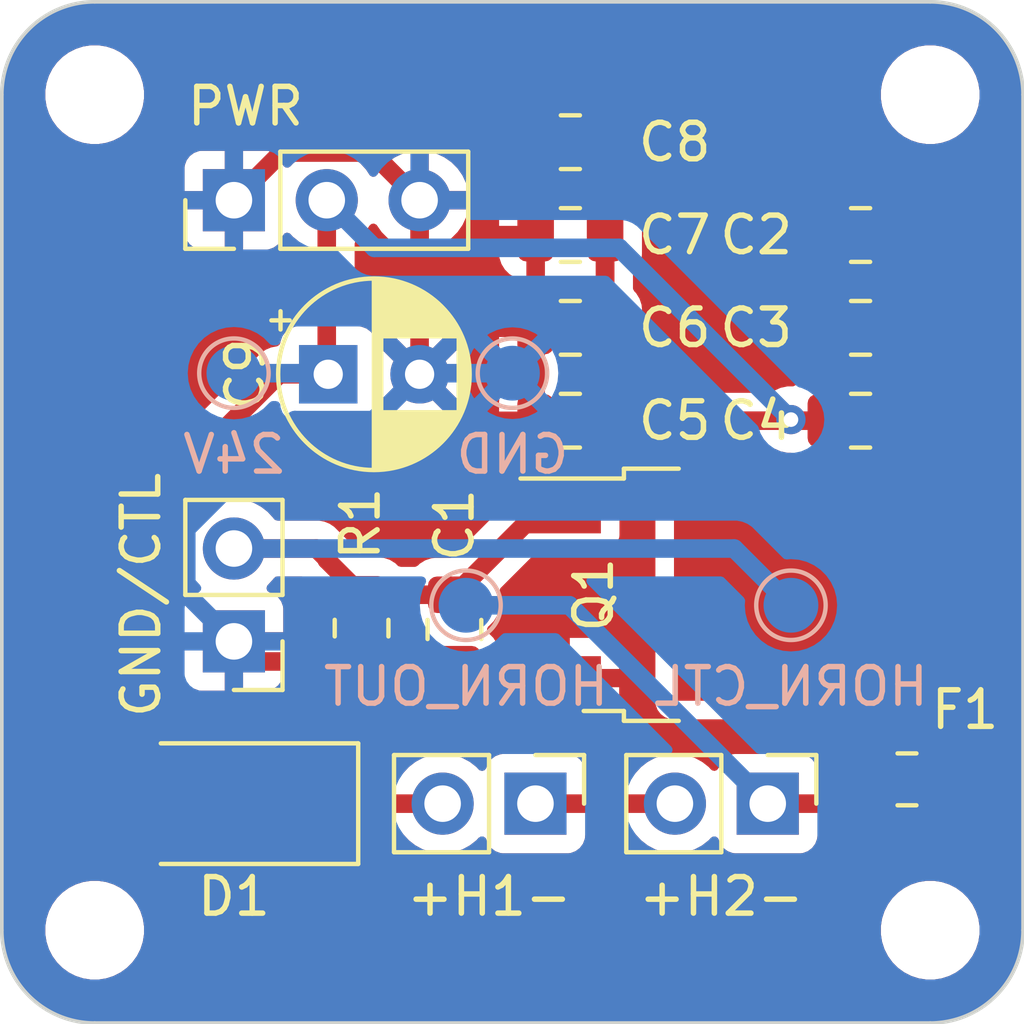
<source format=kicad_pcb>
(kicad_pcb (version 20240108) (generator "pcbnew") (generator_version "8.0")
  (title_block (title "Template") (date "2022-08-16") (rev "0.0") (company "Illini Solar Car") (comment 1 "Designed By: Your Name"))
  (layers (0 "F.Cu" signal) (31 "B.Cu" signal) (34 "B.Paste" user) (35 "F.Paste" user) (36 "B.SilkS" user "B.Silkscreen") (37 "F.SilkS" user "F.Silkscreen") (38 "B.Mask" user) (39 "F.Mask" user) (44 "Edge.Cuts" user))
  (net 0 "")
  (net 1 "/HORN_CTL")
  (net 2 "GND")
  (net 3 "+24V")
  (net 4 "/HORN_OUT")
  (net 5 "Net-(Q1-D)")
  (net 6 "Net-(J2-Pin_2)")
  (net 7 "Net-(D1-K)")
  (footprint "Capacitor_SMD:C_0805_2012Metric" (layer "F.Cu") (at 141.235 98.3675 180)
    (property "Reference" "C7" (at -2.855 0 0) (layer "F.SilkS"))
    (property "Value" "10uF" (hide yes))
    (fp_line (start -0.261252 0.735) (end 0.261252 0.735) (stroke (width 0.12)) (layer "F.SilkS"))
    (fp_line (start -0.261252 -0.735) (end 0.261252 -0.735) (stroke (width 0.12)) (layer "F.SilkS"))
    (pad "1" smd roundrect (at -0.95 0 180) (size 1 1.45) (layers "F.Cu" "F.Paste" "F.Mask") (net 3 "+24V"))
    (pad "2" smd roundrect (at 0.95 0 180) (size 1 1.45) (layers "F.Cu" "F.Paste" "F.Mask") (net 2 "GND"))
  )
  (footprint "Resistor_SMD:R_0805_2012Metric" (layer "F.Cu") (at 135.5225 109.1225 -90)
    (property "Reference" "R1" (at -2.8575 0.03 90) (layer "F.SilkS"))
    (property "Value" "1k" (hide yes))
    (fp_line (start -0.227064 0.735) (end 0.227064 0.735) (stroke (width 0.12)) (layer "F.SilkS"))
    (fp_line (start -0.227064 -0.735) (end 0.227064 -0.735) (stroke (width 0.12)) (layer "F.SilkS"))
    (pad "1" smd roundrect (at -0.9125 0 270) (size 1.025 1.4) (layers "F.Cu" "F.Paste" "F.Mask") (roundrect_rratio 0.243902) (net 1 "/HORN_CTL"))
    (pad "2" smd roundrect (at 0.9125 0 270) (size 1.025 1.4) (layers "F.Cu" "F.Paste" "F.Mask") (roundrect_rratio 0.243902) (net 2 "GND"))
  )
  (footprint "Capacitor_THT:CP_Radial_D5.0mm_P2.50mm" (layer "F.Cu") (at 134.61 102.1775)
    (property "Reference" "C9" (at -2.2625 0 90) (layer "F.SilkS"))
    (property "Value" "100uF" (hide yes))
    (fp_line (start -1.554775 -1.475) (end -1.054775 -1.475) (stroke (width 0.12)) (layer "F.SilkS"))
    (fp_line (start -1.304775 -1.725) (end -1.304775 -1.225) (stroke (width 0.12)) (layer "F.SilkS"))
    (fp_line (start 1.25 -2.58) (end 1.25 2.58) (stroke (width 0.12)) (layer "F.SilkS"))
    (fp_line (start 1.29 -2.58) (end 1.29 2.58) (stroke (width 0.12)) (layer "F.SilkS"))
    (fp_line (start 1.33 -2.579) (end 1.33 2.579) (stroke (width 0.12)) (layer "F.SilkS"))
    (fp_line (start 1.37 -2.578) (end 1.37 2.578) (stroke (width 0.12)) (layer "F.SilkS"))
    (fp_line (start 1.41 -2.576) (end 1.41 2.576) (stroke (width 0.12)) (layer "F.SilkS"))
    (fp_line (start 1.45 -2.573) (end 1.45 2.573) (stroke (width 0.12)) (layer "F.SilkS"))
    (fp_line (start 1.49 -2.569) (end 1.49 -1.04) (stroke (width 0.12)) (layer "F.SilkS"))
    (fp_line (start 1.49 1.04) (end 1.49 2.569) (stroke (width 0.12)) (layer "F.SilkS"))
    (fp_line (start 1.53 -2.565) (end 1.53 -1.04) (stroke (width 0.12)) (layer "F.SilkS"))
    (fp_line (start 1.53 1.04) (end 1.53 2.565) (stroke (width 0.12)) (layer "F.SilkS"))
    (fp_line (start 1.57 -2.561) (end 1.57 -1.04) (stroke (width 0.12)) (layer "F.SilkS"))
    (fp_line (start 1.57 1.04) (end 1.57 2.561) (stroke (width 0.12)) (layer "F.SilkS"))
    (fp_line (start 1.61 -2.556) (end 1.61 -1.04) (stroke (width 0.12)) (layer "F.SilkS"))
    (fp_line (start 1.61 1.04) (end 1.61 2.556) (stroke (width 0.12)) (layer "F.SilkS"))
    (fp_line (start 1.65 -2.55) (end 1.65 -1.04) (stroke (width 0.12)) (layer "F.SilkS"))
    (fp_line (start 1.65 1.04) (end 1.65 2.55) (stroke (width 0.12)) (layer "F.SilkS"))
    (fp_line (start 1.69 -2.543) (end 1.69 -1.04) (stroke (width 0.12)) (layer "F.SilkS"))
    (fp_line (start 1.69 1.04) (end 1.69 2.543) (stroke (width 0.12)) (layer "F.SilkS"))
    (fp_line (start 1.73 -2.536) (end 1.73 -1.04) (stroke (width 0.12)) (layer "F.SilkS"))
    (fp_line (start 1.73 1.04) (end 1.73 2.536) (stroke (width 0.12)) (layer "F.SilkS"))
    (fp_line (start 1.77 -2.528) (end 1.77 -1.04) (stroke (width 0.12)) (layer "F.SilkS"))
    (fp_line (start 1.77 1.04) (end 1.77 2.528) (stroke (width 0.12)) (layer "F.SilkS"))
    (fp_line (start 1.81 -2.52) (end 1.81 -1.04) (stroke (width 0.12)) (layer "F.SilkS"))
    (fp_line (start 1.81 1.04) (end 1.81 2.52) (stroke (width 0.12)) (layer "F.SilkS"))
    (fp_line (start 1.85 -2.511) (end 1.85 -1.04) (stroke (width 0.12)) (layer "F.SilkS"))
    (fp_line (start 1.85 1.04) (end 1.85 2.511) (stroke (width 0.12)) (layer "F.SilkS"))
    (fp_line (start 1.89 -2.501) (end 1.89 -1.04) (stroke (width 0.12)) (layer "F.SilkS"))
    (fp_line (start 1.89 1.04) (end 1.89 2.501) (stroke (width 0.12)) (layer "F.SilkS"))
    (fp_line (start 1.93 -2.491) (end 1.93 -1.04) (stroke (width 0.12)) (layer "F.SilkS"))
    (fp_line (start 1.93 1.04) (end 1.93 2.491) (stroke (width 0.12)) (layer "F.SilkS"))
    (fp_line (start 1.971 -2.48) (end 1.971 -1.04) (stroke (width 0.12)) (layer "F.SilkS"))
    (fp_line (start 1.971 1.04) (end 1.971 2.48) (stroke (width 0.12)) (layer "F.SilkS"))
    (fp_line (start 2.011 -2.468) (end 2.011 -1.04) (stroke (width 0.12)) (layer "F.SilkS"))
    (fp_line (start 2.011 1.04) (end 2.011 2.468) (stroke (width 0.12)) (layer "F.SilkS"))
    (fp_line (start 2.051 -2.455) (end 2.051 -1.04) (stroke (width 0.12)) (layer "F.SilkS"))
    (fp_line (start 2.051 1.04) (end 2.051 2.455) (stroke (width 0.12)) (layer "F.SilkS"))
    (fp_line (start 2.091 -2.442) (end 2.091 -1.04) (stroke (width 0.12)) (layer "F.SilkS"))
    (fp_line (start 2.091 1.04) (end 2.091 2.442) (stroke (width 0.12)) (layer "F.SilkS"))
    (fp_line (start 2.131 -2.428) (end 2.131 -1.04) (stroke (width 0.12)) (layer "F.SilkS"))
    (fp_line (start 2.131 1.04) (end 2.131 2.428) (stroke (width 0.12)) (layer "F.SilkS"))
    (fp_line (start 2.171 -2.414) (end 2.171 -1.04) (stroke (width 0.12)) (layer "F.SilkS"))
    (fp_line (start 2.171 1.04) (end 2.171 2.414) (stroke (width 0.12)) (layer "F.SilkS"))
    (fp_line (start 2.211 -2.398) (end 2.211 -1.04) (stroke (width 0.12)) (layer "F.SilkS"))
    (fp_line (start 2.211 1.04) (end 2.211 2.398) (stroke (width 0.12)) (layer "F.SilkS"))
    (fp_line (start 2.251 -2.382) (end 2.251 -1.04) (stroke (width 0.12)) (layer "F.SilkS"))
    (fp_line (start 2.251 1.04) (end 2.251 2.382) (stroke (width 0.12)) (layer "F.SilkS"))
    (fp_line (start 2.291 -2.365) (end 2.291 -1.04) (stroke (width 0.12)) (layer "F.SilkS"))
    (fp_line (start 2.291 1.04) (end 2.291 2.365) (stroke (width 0.12)) (layer "F.SilkS"))
    (fp_line (start 2.331 -2.348) (end 2.331 -1.04) (stroke (width 0.12)) (layer "F.SilkS"))
    (fp_line (start 2.331 1.04) (end 2.331 2.348) (stroke (width 0.12)) (layer "F.SilkS"))
    (fp_line (start 2.371 -2.329) (end 2.371 -1.04) (stroke (width 0.12)) (layer "F.SilkS"))
    (fp_line (start 2.371 1.04) (end 2.371 2.329) (stroke (width 0.12)) (layer "F.SilkS"))
    (fp_line (start 2.411 -2.31) (end 2.411 -1.04) (stroke (width 0.12)) (layer "F.SilkS"))
    (fp_line (start 2.411 1.04) (end 2.411 2.31) (stroke (width 0.12)) (layer "F.SilkS"))
    (fp_line (start 2.451 -2.29) (end 2.451 -1.04) (stroke (width 0.12)) (layer "F.SilkS"))
    (fp_line (start 2.451 1.04) (end 2.451 2.29) (stroke (width 0.12)) (layer "F.SilkS"))
    (fp_line (start 2.491 -2.268) (end 2.491 -1.04) (stroke (width 0.12)) (layer "F.SilkS"))
    (fp_line (start 2.491 1.04) (end 2.491 2.268) (stroke (width 0.12)) (layer "F.SilkS"))
    (fp_line (start 2.531 -2.247) (end 2.531 -1.04) (stroke (width 0.12)) (layer "F.SilkS"))
    (fp_line (start 2.531 1.04) (end 2.531 2.247) (stroke (width 0.12)) (layer "F.SilkS"))
    (fp_line (start 2.571 -2.224) (end 2.571 -1.04) (stroke (width 0.12)) (layer "F.SilkS"))
    (fp_line (start 2.571 1.04) (end 2.571 2.224) (stroke (width 0.12)) (layer "F.SilkS"))
    (fp_line (start 2.611 -2.2) (end 2.611 -1.04) (stroke (width 0.12)) (layer "F.SilkS"))
    (fp_line (start 2.611 1.04) (end 2.611 2.2) (stroke (width 0.12)) (layer "F.SilkS"))
    (fp_line (start 2.651 -2.175) (end 2.651 -1.04) (stroke (width 0.12)) (layer "F.SilkS"))
    (fp_line (start 2.651 1.04) (end 2.651 2.175) (stroke (width 0.12)) (layer "F.SilkS"))
    (fp_line (start 2.691 -2.149) (end 2.691 -1.04) (stroke (width 0.12)) (layer "F.SilkS"))
    (fp_line (start 2.691 1.04) (end 2.691 2.149) (stroke (width 0.12)) (layer "F.SilkS"))
    (fp_line (start 2.731 -2.122) (end 2.731 -1.04) (stroke (width 0.12)) (layer "F.SilkS"))
    (fp_line (start 2.731 1.04) (end 2.731 2.122) (stroke (width 0.12)) (layer "F.SilkS"))
    (fp_line (start 2.771 -2.095) (end 2.771 -1.04) (stroke (width 0.12)) (layer "F.SilkS"))
    (fp_line (start 2.771 1.04) (end 2.771 2.095) (stroke (width 0.12)) (layer "F.SilkS"))
    (fp_line (start 2.811 -2.065) (end 2.811 -1.04) (stroke (width 0.12)) (layer "F.SilkS"))
    (fp_line (start 2.811 1.04) (end 2.811 2.065) (stroke (width 0.12)) (layer "F.SilkS"))
    (fp_line (start 2.851 -2.035) (end 2.851 -1.04) (stroke (width 0.12)) (layer "F.SilkS"))
    (fp_line (start 2.851 1.04) (end 2.851 2.035) (stroke (width 0.12)) (layer "F.SilkS"))
    (fp_line (start 2.891 -2.004) (end 2.891 -1.04) (stroke (width 0.12)) (layer "F.SilkS"))
    (fp_line (start 2.891 1.04) (end 2.891 2.004) (stroke (width 0.12)) (layer "F.SilkS"))
    (fp_line (start 2.931 -1.971) (end 2.931 -1.04) (stroke (width 0.12)) (layer "F.SilkS"))
    (fp_line (start 2.931 1.04) (end 2.931 1.971) (stroke (width 0.12)) (layer "F.SilkS"))
    (fp_line (start 2.971 -1.937) (end 2.971 -1.04) (stroke (width 0.12)) (layer "F.SilkS"))
    (fp_line (start 2.971 1.04) (end 2.971 1.937) (stroke (width 0.12)) (layer "F.SilkS"))
    (fp_line (start 3.011 -1.901) (end 3.011 -1.04) (stroke (width 0.12)) (layer "F.SilkS"))
    (fp_line (start 3.011 1.04) (end 3.011 1.901) (stroke (width 0.12)) (layer "F.SilkS"))
    (fp_line (start 3.051 -1.864) (end 3.051 -1.04) (stroke (width 0.12)) (layer "F.SilkS"))
    (fp_line (start 3.051 1.04) (end 3.051 1.864) (stroke (width 0.12)) (layer "F.SilkS"))
    (fp_line (start 3.091 -1.826) (end 3.091 -1.04) (stroke (width 0.12)) (layer "F.SilkS"))
    (fp_line (start 3.091 1.04) (end 3.091 1.826) (stroke (width 0.12)) (layer "F.SilkS"))
    (fp_line (start 3.131 -1.785) (end 3.131 -1.04) (stroke (width 0.12)) (layer "F.SilkS"))
    (fp_line (start 3.131 1.04) (end 3.131 1.785) (stroke (width 0.12)) (layer "F.SilkS"))
    (fp_line (start 3.171 -1.743) (end 3.171 -1.04) (stroke (width 0.12)) (layer "F.SilkS"))
    (fp_line (start 3.171 1.04) (end 3.171 1.743) (stroke (width 0.12)) (layer "F.SilkS"))
    (fp_line (start 3.211 -1.699) (end 3.211 -1.04) (stroke (width 0.12)) (layer "F.SilkS"))
    (fp_line (start 3.211 1.04) (end 3.211 1.699) (stroke (width 0.12)) (layer "F.SilkS"))
    (fp_line (start 3.251 -1.653) (end 3.251 -1.04) (stroke (width 0.12)) (layer "F.SilkS"))
    (fp_line (start 3.251 1.04) (end 3.251 1.653) (stroke (width 0.12)) (layer "F.SilkS"))
    (fp_line (start 3.291 -1.605) (end 3.291 -1.04) (stroke (width 0.12)) (layer "F.SilkS"))
    (fp_line (start 3.291 1.04) (end 3.291 1.605) (stroke (width 0.12)) (layer "F.SilkS"))
    (fp_line (start 3.331 -1.554) (end 3.331 -1.04) (stroke (width 0.12)) (layer "F.SilkS"))
    (fp_line (start 3.331 1.04) (end 3.331 1.554) (stroke (width 0.12)) (layer "F.SilkS"))
    (fp_line (start 3.371 -1.5) (end 3.371 -1.04) (stroke (width 0.12)) (layer "F.SilkS"))
    (fp_line (start 3.371 1.04) (end 3.371 1.5) (stroke (width 0.12)) (layer "F.SilkS"))
    (fp_line (start 3.411 -1.443) (end 3.411 -1.04) (stroke (width 0.12)) (layer "F.SilkS"))
    (fp_line (start 3.411 1.04) (end 3.411 1.443) (stroke (width 0.12)) (layer "F.SilkS"))
    (fp_line (start 3.451 -1.383) (end 3.451 -1.04) (stroke (width 0.12)) (layer "F.SilkS"))
    (fp_line (start 3.451 1.04) (end 3.451 1.383) (stroke (width 0.12)) (layer "F.SilkS"))
    (fp_line (start 3.491 -1.319) (end 3.491 -1.04) (stroke (width 0.12)) (layer "F.SilkS"))
    (fp_line (start 3.491 1.04) (end 3.491 1.319) (stroke (width 0.12)) (layer "F.SilkS"))
    (fp_line (start 3.531 -1.251) (end 3.531 -1.04) (stroke (width 0.12)) (layer "F.SilkS"))
    (fp_line (start 3.531 1.04) (end 3.531 1.251) (stroke (width 0.12)) (layer "F.SilkS"))
    (fp_line (start 3.571 -1.178) (end 3.571 1.178) (stroke (width 0.12)) (layer "F.SilkS"))
    (fp_line (start 3.611 -1.098) (end 3.611 1.098) (stroke (width 0.12)) (layer "F.SilkS"))
    (fp_line (start 3.651 -1.011) (end 3.651 1.011) (stroke (width 0.12)) (layer "F.SilkS"))
    (fp_line (start 3.691 -0.915) (end 3.691 0.915) (stroke (width 0.12)) (layer "F.SilkS"))
    (fp_line (start 3.731 -0.805) (end 3.731 0.805) (stroke (width 0.12)) (layer "F.SilkS"))
    (fp_line (start 3.771 -0.677) (end 3.771 0.677) (stroke (width 0.12)) (layer "F.SilkS"))
    (fp_line (start 3.811 -0.518) (end 3.811 0.518) (stroke (width 0.12)) (layer "F.SilkS"))
    (fp_line (start 3.851 -0.284) (end 3.851 0.284) (stroke (width 0.12)) (layer "F.SilkS"))
    (fp_circle (center 1.25 0) (end 3.87 0) (stroke (width 0.12)) (fill none) (layer "F.SilkS"))
    (pad "1" thru_hole rect (at 0 0) (size 1.6 1.6) (drill 0.8) (layers "*.Cu" "*.Mask") (net 3 "+24V"))
    (pad "2" thru_hole circle (at 2.5 0) (size 1.6 1.6) (drill 0.8) (layers "*.Cu" "*.Mask") (net 2 "GND"))
  )
  (footprint "Connector_PinHeader_2.54mm:PinHeader_1x03_P2.54mm_Vertical" (layer "F.Cu") (at 132.03 97.415 90)
    (property "Reference" "J1" (hide yes))
    (property "Value" "PWR" (at 2.57 0.3175 180) (layer "F.SilkS"))
    (fp_line (start -1.33 -1.33) (end 0 -1.33) (stroke (width 0.12)) (layer "F.SilkS"))
    (fp_line (start -1.33 0) (end -1.33 -1.33) (stroke (width 0.12)) (layer "F.SilkS"))
    (fp_line (start 1.33 1.27) (end 1.33 6.41) (stroke (width 0.12)) (layer "F.SilkS"))
    (fp_line (start -1.33 1.27) (end 1.33 1.27) (stroke (width 0.12)) (layer "F.SilkS"))
    (fp_line (start -1.33 1.27) (end -1.33 6.41) (stroke (width 0.12)) (layer "F.SilkS"))
    (fp_line (start -1.33 6.41) (end 1.33 6.41) (stroke (width 0.12)) (layer "F.SilkS"))
    (pad "1" thru_hole rect (at 0 0 90) (size 1.7 1.7) (drill 1) (layers "*.Cu" "*.Mask") (net 2 "GND"))
    (pad "2" thru_hole oval (at 0 2.54 90) (size 1.7 1.7) (drill 1) (layers "*.Cu" "*.Mask") (net 3 "+24V"))
    (pad "3" thru_hole oval (at 0 5.08 90) (size 1.7 1.7) (drill 1) (layers "*.Cu" "*.Mask") (net 2 "GND"))
  )
  (footprint "Diode_SMD:D_SMA" (layer "F.Cu") (at 132.03 113.925 180)
    (property "Reference" "D1" (at 0 -2.54 0) (layer "F.SilkS"))
    (property "Value" "~" (hide yes))
    (fp_line (start -3.4 1.65) (end 2 1.65) (stroke (width 0.12)) (layer "F.SilkS"))
    (fp_line (start -3.4 -1.65) (end 2 -1.65) (stroke (width 0.12)) (layer "F.SilkS"))
    (fp_line (start -3.4 -1.65) (end -3.4 1.65) (stroke (width 0.12)) (layer "F.SilkS"))
    (pad "1" smd rect (at -2 0 180) (size 2.5 1.8) (layers "F.Cu" "F.Paste" "F.Mask") (net 7 "Net-(D1-K)"))
    (pad "2" smd rect (at 2 0 180) (size 2.5 1.8) (layers "F.Cu" "F.Paste" "F.Mask") (net 3 "+24V"))
  )
  (footprint "layout:TO-252-2" (layer "F.Cu") (at 145.17 108.21)
    (property "Reference" "Q1" (at -3.2975 0 90) (layer "F.SilkS"))
    (property "Value" "Q_NMOS_GDS" (hide yes))
    (fp_line (start -2.47 -3.45) (end -2.47 -3.18) (stroke (width 0.12)) (layer "F.SilkS"))
    (fp_line (start -2.47 -3.18) (end -5.3 -3.18) (stroke (width 0.12)) (layer "F.SilkS"))
    (fp_line (start -2.47 3.18) (end -3.57 3.18) (stroke (width 0.12)) (layer "F.SilkS"))
    (fp_line (start -2.47 3.45) (end -2.47 3.18) (stroke (width 0.12)) (layer "F.SilkS"))
    (fp_line (start -0.97 -3.45) (end -2.47 -3.45) (stroke (width 0.12)) (layer "F.SilkS"))
    (fp_line (start -0.97 3.45) (end -2.47 3.45) (stroke (width 0.12)) (layer "F.SilkS"))
    (pad "1" smd rect (at -4.2 -2.28) (size 2.2 1.2) (layers "F.Cu" "F.Paste" "F.Mask") (net 1 "/HORN_CTL"))
    (pad "2" smd rect (at 2.1 0) (size 6.4 5.8) (layers "F.Cu" "F.Mask") (net 5 "Net-(Q1-D)"))
    (pad "3" smd rect (at -4.2 2.28) (size 2.2 1.2) (layers "F.Cu" "F.Paste" "F.Mask") (net 2 "GND"))
  )
  (footprint "Capacitor_SMD:C_0805_2012Metric" (layer "F.Cu") (at 138.0625 109.16 -90)
    (property "Reference" "C1" (at -2.8575 0 90) (layer "F.SilkS"))
    (property "Value" ".1uF" (hide yes))
    (fp_line (start -0.261252 0.735) (end 0.261252 0.735) (stroke (width 0.12)) (layer "F.SilkS"))
    (fp_line (start -0.261252 -0.735) (end 0.261252 -0.735) (stroke (width 0.12)) (layer "F.SilkS"))
    (pad "1" smd roundrect (at -0.95 0 270) (size 1 1.45) (layers "F.Cu" "F.Paste" "F.Mask") (net 1 "/HORN_CTL"))
    (pad "2" smd roundrect (at 0.95 0 270) (size 1 1.45) (layers "F.Cu" "F.Paste" "F.Mask") (net 2 "GND"))
  )
  (footprint "Capacitor_SMD:C_0805_2012Metric" (layer "F.Cu") (at 141.235 103.4475 180)
    (property "Reference" "C5" (at -2.855 0 0) (layer "F.SilkS"))
    (property "Value" "1uF" (hide yes))
    (fp_line (start -0.261252 0.735) (end 0.261252 0.735) (stroke (width 0.12)) (layer "F.SilkS"))
    (fp_line (start -0.261252 -0.735) (end 0.261252 -0.735) (stroke (width 0.12)) (layer "F.SilkS"))
    (pad "1" smd roundrect (at -0.95 0 180) (size 1 1.45) (layers "F.Cu" "F.Paste" "F.Mask") (net 3 "+24V"))
    (pad "2" smd roundrect (at 0.95 0 180) (size 1 1.45) (layers "F.Cu" "F.Paste" "F.Mask") (net 2 "GND"))
  )
  (footprint "Capacitor_SMD:C_0805_2012Metric" (layer "F.Cu") (at 149.175 98.3675)
    (property "Reference" "C2" (at -2.855 0 0) (layer "F.SilkS"))
    (property "Value" ".1uF" (hide yes))
    (fp_line (start -0.261252 -0.735) (end 0.261252 -0.735) (stroke (width 0.12)) (layer "F.SilkS"))
    (fp_line (start -0.261252 0.735) (end 0.261252 0.735) (stroke (width 0.12)) (layer "F.SilkS"))
    (pad "1" smd roundrect (at -0.95 0) (size 1 1.45) (layers "F.Cu" "F.Paste" "F.Mask") (net 3 "+24V"))
    (pad "2" smd roundrect (at 0.95 0) (size 1 1.45) (layers "F.Cu" "F.Paste" "F.Mask") (net 2 "GND"))
  )
  (footprint "Connector_PinHeader_2.54mm:PinHeader_1x02_P2.54mm_Vertical" (layer "F.Cu") (at 132.03 109.485 180)
    (property "Reference" "J4" (hide yes))
    (property "Value" "Conn_01x02" (hide yes))
    (fp_line (start 1.33 1.27) (end 1.33 3.87) (stroke (width 0.12)) (layer "F.SilkS"))
    (fp_line (start -1.33 3.87) (end 1.33 3.87) (stroke (width 0.12)) (layer "F.SilkS"))
    (fp_line (start -1.33 1.27) (end 1.33 1.27) (stroke (width 0.12)) (layer "F.SilkS"))
    (fp_line (start -1.33 1.27) (end -1.33 3.87) (stroke (width 0.12)) (layer "F.SilkS"))
    (fp_line (start -1.33 0) (end -1.33 -1.33) (stroke (width 0.12)) (layer "F.SilkS"))
    (fp_line (start -1.33 -1.33) (end 0 -1.33) (stroke (width 0.12)) (layer "F.SilkS"))
    (fp_text user "GND/CTL" (at 2.54 1.27 90) (layer "F.SilkS"))
    (pad "1" thru_hole rect (at 0 0 180) (size 1.7 1.7) (drill 1) (layers "*.Cu" "*.Mask") (net 2 "GND"))
    (pad "2" thru_hole oval (at 0 2.54 180) (size 1.7 1.7) (drill 1) (layers "*.Cu" "*.Mask") (net 1 "/HORN_CTL"))
  )
  (footprint "Connector_PinHeader_2.54mm:PinHeader_1x02_P2.54mm_Vertical" (layer "F.Cu") (at 146.635 113.925 -90)
    (property "Reference" "J2" (hide yes))
    (property "Value" "+H2-" (at 2.54 1.27 180) (layer "F.SilkS"))
    (fp_line (start -1.33 3.87) (end 1.33 3.87) (stroke (width 0.12)) (layer "F.SilkS"))
    (fp_line (start -1.33 1.27) (end -1.33 3.87) (stroke (width 0.12)) (layer "F.SilkS"))
    (fp_line (start -1.33 1.27) (end 1.33 1.27) (stroke (width 0.12)) (layer "F.SilkS"))
    (fp_line (start 1.33 1.27) (end 1.33 3.87) (stroke (width 0.12)) (layer "F.SilkS"))
    (fp_line (start -1.33 0) (end -1.33 -1.33) (stroke (width 0.12)) (layer "F.SilkS"))
    (fp_line (start -1.33 -1.33) (end 0 -1.33) (stroke (width 0.12)) (layer "F.SilkS"))
    (pad "1" thru_hole rect (at 0 0 270) (size 1.7 1.7) (drill 1) (layers "*.Cu" "*.Mask") (net 4 "/HORN_OUT"))
    (pad "2" thru_hole oval (at 0 2.54 270) (size 1.7 1.7) (drill 1) (layers "*.Cu" "*.Mask") (net 6 "Net-(J2-Pin_2)"))
  )
  (footprint "Capacitor_SMD:C_0805_2012Metric" (layer "F.Cu") (at 141.235 100.9075 180)
    (property "Reference" "C6" (at -2.855 0 0) (layer "F.SilkS"))
    (property "Value" "1uF" (hide yes))
    (fp_line (start -0.261252 0.735) (end 0.261252 0.735) (stroke (width 0.12)) (layer "F.SilkS"))
    (fp_line (start -0.261252 -0.735) (end 0.261252 -0.735) (stroke (width 0.12)) (layer "F.SilkS"))
    (pad "1" smd roundrect (at -0.95 0 180) (size 1 1.45) (layers "F.Cu" "F.Paste" "F.Mask") (net 3 "+24V"))
    (pad "2" smd roundrect (at 0.95 0 180) (size 1 1.45) (layers "F.Cu" "F.Paste" "F.Mask") (net 2 "GND"))
  )
  (footprint "Capacitor_SMD:C_0805_2012Metric" (layer "F.Cu") (at 141.235 95.8275 180)
    (property "Reference" "C8" (at -2.855 0 0) (layer "F.SilkS"))
    (property "Value" "10uF" (hide yes))
    (fp_line (start -0.261252 0.735) (end 0.261252 0.735) (stroke (width 0.12)) (layer "F.SilkS"))
    (fp_line (start -0.261252 -0.735) (end 0.261252 -0.735) (stroke (width 0.12)) (layer "F.SilkS"))
    (pad "1" smd roundrect (at -0.95 0 180) (size 1 1.45) (layers "F.Cu" "F.Paste" "F.Mask") (net 3 "+24V"))
    (pad "2" smd roundrect (at 0.95 0 180) (size 1 1.45) (layers "F.Cu" "F.Paste" "F.Mask") (net 2 "GND"))
  )
  (footprint "Capacitor_SMD:C_0805_2012Metric" (layer "F.Cu") (at 149.175 100.9075)
    (property "Reference" "C3" (at -2.855 0 0) (layer "F.SilkS"))
    (property "Value" ".1uF" (hide yes))
    (fp_line (start -0.261252 -0.735) (end 0.261252 -0.735) (stroke (width 0.12)) (layer "F.SilkS"))
    (fp_line (start -0.261252 0.735) (end 0.261252 0.735) (stroke (width 0.12)) (layer "F.SilkS"))
    (pad "1" smd roundrect (at -0.95 0) (size 1 1.45) (layers "F.Cu" "F.Paste" "F.Mask") (net 3 "+24V"))
    (pad "2" smd roundrect (at 0.95 0) (size 1 1.45) (layers "F.Cu" "F.Paste" "F.Mask") (net 2 "GND"))
  )
  (footprint "Capacitor_SMD:C_0805_2012Metric" (layer "F.Cu") (at 149.175 103.4475)
    (property "Reference" "C4" (at -2.855 0 0) (layer "F.SilkS"))
    (property "Value" ".1uF" (hide yes))
    (fp_line (start -0.261252 -0.735) (end 0.261252 -0.735) (stroke (width 0.12)) (layer "F.SilkS"))
    (fp_line (start -0.261252 0.735) (end 0.261252 0.735) (stroke (width 0.12)) (layer "F.SilkS"))
    (pad "1" smd roundrect (at -0.95 0) (size 1 1.45) (layers "F.Cu" "F.Paste" "F.Mask") (net 3 "+24V"))
    (pad "2" smd roundrect (at 0.95 0) (size 1 1.45) (layers "F.Cu" "F.Paste" "F.Mask") (net 2 "GND"))
  )
  (footprint "Fuse:Fuse_0805_2012Metric" (layer "F.Cu") (at 150.445 113.26)
    (property "Reference" "F1" (at 1.5875 -1.905 0) (layer "F.SilkS"))
    (property "Value" "Fuse" (hide yes))
    (fp_line (start -0.258578 -0.71) (end 0.258578 -0.71) (stroke (width 0.12)) (layer "F.SilkS"))
    (fp_line (start -0.258578 0.71) (end 0.258578 0.71) (stroke (width 0.12)) (layer "F.SilkS"))
    (pad "1" smd roundrect (at -0.9375 0) (size 0.975 1.4) (layers "F.Cu" "F.Paste" "F.Mask") (net 4 "/HORN_OUT"))
    (pad "2" smd roundrect (at 0.9375 0) (size 0.975 1.4) (layers "F.Cu" "F.Paste" "F.Mask") (net 5 "Net-(Q1-D)"))
  )
  (footprint "Connector_PinHeader_2.54mm:PinHeader_1x02_P2.54mm_Vertical" (layer "F.Cu") (at 140.28 113.925 -90)
    (property "Reference" "J3" (hide yes))
    (property "Value" "+H1-" (at 2.54 1.265 180) (layer "F.SilkS"))
    (fp_line (start -1.33 3.87) (end 1.33 3.87) (stroke (width 0.12)) (layer "F.SilkS"))
    (fp_line (start -1.33 1.27) (end -1.33 3.87) (stroke (width 0.12)) (layer "F.SilkS"))
    (fp_line (start -1.33 1.27) (end 1.33 1.27) (stroke (width 0.12)) (layer "F.SilkS"))
    (fp_line (start 1.33 1.27) (end 1.33 3.87) (stroke (width 0.12)) (layer "F.SilkS"))
    (fp_line (start -1.33 0) (end -1.33 -1.33) (stroke (width 0.12)) (layer "F.SilkS"))
    (fp_line (start -1.33 -1.33) (end 0 -1.33) (stroke (width 0.12)) (layer "F.SilkS"))
    (pad "1" thru_hole rect (at 0 0 270) (size 1.7 1.7) (drill 1) (layers "*.Cu" "*.Mask") (net 6 "Net-(J2-Pin_2)"))
    (pad "2" thru_hole oval (at 0 2.54 270) (size 1.7 1.7) (drill 1) (layers "*.Cu" "*.Mask") (net 7 "Net-(D1-K)"))
  )
  (footprint "TestPoint:TestPoint_Pad_D1.5mm" (layer "B.Cu") (at 138.38 108.4975 180)
    (property "Reference" "TP4" (hide yes))
    (property "Value" "HORN_OUT" (at 0 -2.2225 0) (layer "B.SilkS") (effects (justify mirror)))
    (fp_circle (center 0 0) (end 0 -0.95) (stroke (width 0.12)) (fill none) (layer "B.SilkS"))
    (pad "1" smd circle (at 0 0 180) (size 1.5 1.5) (layers "B.Cu" "B.Mask") (net 4 "/HORN_OUT"))
  )
  (footprint "MountingHole:MountingHole_2.2mm_M2" (layer "B.Cu") (at 151.08 94.5275 180)
    (property "Reference" "REF**" (hide yes))
    (property "Value" "MountingHole_2.2mm_M2" (hide yes))
    (pad "" np_thru_hole circle (at 0 0 180) (size 2.2 2.2) (drill 2.2) (layers "*.Cu" "*.Mask"))
  )
  (footprint "MountingHole:MountingHole_2.2mm_M2" (layer "B.Cu") (at 151.08 117.3875 180)
    (property "Reference" "REF**" (hide yes))
    (property "Value" "MountingHole_2.2mm_M2" (hide yes))
    (pad "" np_thru_hole circle (at 0 0 180) (size 2.2 2.2) (drill 2.2) (layers "*.Cu" "*.Mask"))
  )
  (footprint "MountingHole:MountingHole_2.2mm_M2" (layer "B.Cu") (at 128.22 117.3875 180)
    (property "Reference" "REF**" (hide yes))
    (property "Value" "MountingHole_2.2mm_M2" (hide yes))
    (pad "" np_thru_hole circle (at 0 0 180) (size 2.2 2.2) (drill 2.2) (layers "*.Cu" "*.Mask"))
  )
  (footprint "TestPoint:TestPoint_Pad_D1.5mm" (layer "B.Cu") (at 132.03 102.1475 180)
    (property "Reference" "TP2" (hide yes))
    (property "Value" "24V" (at 0 -2.2225 0) (layer "B.SilkS") (effects (justify mirror)))
    (fp_circle (center 0 0) (end 0 -0.95) (stroke (width 0.12)) (fill none) (layer "B.SilkS"))
    (pad "1" smd circle (at 0 0 180) (size 1.5 1.5) (layers "B.Cu" "B.Mask") (net 3 "+24V"))
  )
  (footprint "MountingHole:MountingHole_2.2mm_M2" (layer "B.Cu") (at 128.22 94.5275 180)
    (property "Reference" "REF**" (hide yes))
    (property "Value" "MountingHole_2.2mm_M2" (hide yes))
    (pad "" np_thru_hole circle (at 0 0 180) (size 2.2 2.2) (drill 2.2) (layers "*.Cu" "*.Mask"))
  )
  (footprint "TestPoint:TestPoint_Pad_D1.5mm" (layer "B.Cu") (at 147.27 108.4975 180)
    (property "Reference" "TP3" (hide yes))
    (property "Value" "HORN_CTL" (at 0 -2.2225 0) (layer "B.SilkS") (effects (justify mirror)))
    (fp_circle (center 0 0) (end 0 -0.95) (stroke (width 0.12)) (fill none) (layer "B.SilkS"))
    (pad "1" smd circle (at 0 0 180) (size 1.5 1.5) (layers "B.Cu" "B.Mask") (net 1 "/HORN_CTL"))
  )
  (footprint "TestPoint:TestPoint_Pad_D1.5mm" (layer "B.Cu") (at 139.65 102.1475 180)
    (property "Reference" "TP1" (hide yes))
    (property "Value" "GND" (at 0 -2.2225 0) (layer "B.SilkS") (effects (justify mirror)))
    (fp_circle (center 0 0) (end 0 -0.95) (stroke (width 0.12)) (fill none) (layer "B.SilkS"))
    (pad "1" smd circle (at 0 0 180) (size 1.5 1.5) (layers "B.Cu" "B.Mask") (net 2 "GND"))
  )
  (gr_line (start 153.62 94.5275) (end 153.62 117.3875) (stroke (width 0.1)) (layer "Edge.Cuts"))
  (gr_line (start 125.68 117.3875) (end 125.68 94.5275) (stroke (width 0.1)) (layer "Edge.Cuts"))
  (gr_arc (start 151.08 91.9875) (mid 152.876051 92.731449) (end 153.62 94.5275) (stroke (width 0.1)) (layer "Edge.Cuts"))
  (gr_line (start 128.22 91.9875) (end 151.08 91.9875) (stroke (width 0.1)) (layer "Edge.Cuts"))
  (gr_line (start 151.08 119.9275) (end 128.22 119.9275) (stroke (width 0.1)) (layer "Edge.Cuts"))
  (gr_arc (start 128.22 119.9275) (mid 126.423949 119.183551) (end 125.68 117.3875) (stroke (width 0.1)) (layer "Edge.Cuts"))
  (gr_arc (start 125.68 94.5275) (mid 126.423949 92.731449) (end 128.22 91.9875) (stroke (width 0.1)) (layer "Edge.Cuts"))
  (gr_arc (start 153.62 117.3875) (mid 152.876051 119.183551) (end 151.08 119.9275) (stroke (width 0.1)) (layer "Edge.Cuts"))
  (segment (start 140.97 105.93) (end 140.3425 105.93) (width 0.508) (layer "F.Cu") (net 1))
  (segment (start 140.3425 105.93) (end 138.0625 108.21) (width 0.508) (layer "F.Cu") (net 1))
  (segment (start 134.57 107.2575) (end 134.57 107.2275) (width 0.508) (layer "F.Cu") (net 1))
  (segment (start 138.0625 108.21) (end 135.5225 108.21) (width 0.508) (layer "F.Cu") (net 1))
  (segment (start 135.5225 108.21) (end 134.57 107.2575) (width 0.508) (layer "F.Cu") (net 1))
  (segment (start 134.57 107.2275) (end 134.2875 106.945) (width 0.508) (layer "F.Cu") (net 1))
  (segment (start 134.2875 106.945) (end 132.03 106.945) (width 0.508) (layer "F.Cu") (net 1))
  (segment (start 147.27 108.4975) (end 145.7175 106.945) (width 0.508) (layer "B.Cu") (net 1))
  (segment (start 145.7175 106.945) (end 132.03 106.945) (width 0.508) (layer "B.Cu") (net 1))
  (segment (start 140.285 103.4475) (end 140.285 100.9075) (width 0.508) (layer "F.Cu") (net 2))
  (segment (start 140.285 100.9075) (end 140.285 98.3675) (width 0.508) (layer "F.Cu") (net 2))
  (segment (start 132.58 110.035) (end 132.03 109.485) (width 0.508) (layer "F.Cu") (net 2))
  (segment (start 132.03 97.415) (end 133.334 96.111) (width 0.508) (layer "F.Cu") (net 2))
  (segment (start 135.806 96.111) (end 137.11 97.415) (width 0.508) (layer "F.Cu") (net 2))
  (segment (start 150.125 100.9075) (end 150.125 103.4475) (width 0.508) (layer "F.Cu") (net 2))
  (segment (start 133.334 96.111) (end 135.806 96.111) (width 0.508) (layer "F.Cu") (net 2))
  (segment (start 140.59 110.11) (end 140.97 110.49) (width 0.508) (layer "F.Cu") (net 2))
  (segment (start 150.125 98.3675) (end 146.406 94.6485) (width 0.508) (layer "F.Cu") (net 2))
  (segment (start 140.285 98.3675) (end 140.285 97.0675) (width 0.508) (layer "F.Cu") (net 2))
  (segment (start 135.5225 110.035) (end 137.9875 110.035) (width 0.508) (layer "F.Cu") (net 2))
  (segment (start 138.0625 110.11) (end 140.59 110.11) (width 0.508) (layer "F.Cu") (net 2))
  (segment (start 137.9875 110.035) (end 138.0625 110.11) (width 0.508) (layer "F.Cu") (net 2))
  (segment (start 139.9375 97.415) (end 140.285 97.0675) (width 0.508) (layer "F.Cu") (net 2))
  (segment (start 141.464 94.6485) (end 140.285 95.8275) (width 0.508) (layer "F.Cu") (net 2))
  (segment (start 146.406 94.6485) (end 141.464 94.6485) (width 0.508) (layer "F.Cu") (net 2))
  (segment (start 137.11 97.415) (end 139.9375 97.415) (width 0.508) (layer "F.Cu") (net 2))
  (segment (start 135.5225 110.035) (end 132.58 110.035) (width 0.508) (layer "F.Cu") (net 2))
  (segment (start 150.125 98.3675) (end 150.125 100.9075) (width 0.508) (layer "F.Cu") (net 2))
  (segment (start 140.285 97.0675) (end 140.285 95.8275) (width 0.508) (layer "F.Cu") (net 2))
  (segment (start 137.11 97.415) (end 137.11 102.1775) (width 0.508) (layer "F.Cu") (net 2))
  (segment (start 133.699365 103.4315) (end 135.856 103.4315) (width 0.508) (layer "B.Cu") (net 2))
  (segment (start 130.726 108.181) (end 130.726 106.404865) (width 0.508) (layer "B.Cu") (net 2))
  (segment (start 135.856 103.4315) (end 137.11 102.1775) (width 0.508) (layer "B.Cu") (net 2))
  (segment (start 137.14 102.1475) (end 137.11 102.1775) (width 0.508) (layer "B.Cu") (net 2))
  (segment (start 139.65 102.1475) (end 137.14 102.1475) (width 0.508) (layer "B.Cu") (net 2))
  (segment (start 130.726 106.404865) (end 133.699365 103.4315) (width 0.508) (layer "B.Cu") (net 2))
  (segment (start 132.03 109.485) (end 130.726 108.181) (width 0.508) (layer "B.Cu") (net 2))
  (segment (start 130.03 105.4175) (end 130.03 113.925) (width 0.508) (layer "F.Cu") (net 3))
  (segment (start 142.185 100.9075) (end 142.185 98.3675) (width 0.508) (layer "F.Cu") (net 3))
  (segment (start 142.185 103.4475) (end 142.185 100.9075) (width 0.508) (layer "F.Cu") (net 3))
  (segment (start 147.3 103.4475) (end 147.27 103.4175) (width 0.508) (layer "F.Cu") (net 3))
  (segment (start 148.225 98.3675) (end 148.225 100.9075) (width 0.508) (layer "F.Cu") (net 3))
  (segment (start 147.24 103.4475) (end 147.27 103.4175) (width 0.508) (layer "F.Cu") (net 3))
  (segment (start 134.61 102.1775) (end 133.27 102.1775) (width 0.508) (layer "F.Cu") (net 3))
  (segment (start 148.225 103.4475) (end 147.3 103.4475) (width 0.508) (layer "F.Cu") (net 3))
  (segment (start 148.225 103.4475) (end 148.225 100.9075) (width 0.508) (layer "F.Cu") (net 3))
  (segment (start 134.57 102.1375) (end 134.61 102.1775) (width 0.508) (layer "F.Cu") (net 3))
  (segment (start 133.27 102.1775) (end 130.03 105.4175) (width 0.508) (layer "F.Cu") (net 3))
  (segment (start 134.57 97.415) (end 134.57 102.1375) (width 0.508) (layer "F.Cu") (net 3))
  (segment (start 142.185 103.4475) (end 147.24 103.4475) (width 0.508) (layer "F.Cu") (net 3))
  (segment (start 142.185 100.9075) (end 142.185 95.8275) (width 0.508) (layer "F.Cu") (net 3))
  (via (at 147.27 103.4175) (size 0.8) (drill 0.4) (layers "F.Cu" "B.Cu") (net 3))
  (segment (start 142.5715 98.719) (end 147.27 103.4175) (width 0.508) (layer "B.Cu") (net 3))
  (segment (start 134.58 102.1475) (end 134.61 102.1775) (width 0.508) (layer "B.Cu") (net 3))
  (segment (start 135.874 98.719) (end 142.5715 98.719) (width 0.508) (layer "B.Cu") (net 3))
  (segment (start 132.03 102.1475) (end 134.58 102.1475) (width 0.508) (layer "B.Cu") (net 3))
  (segment (start 134.57 97.415) (end 135.874 98.719) (width 0.508) (layer "B.Cu") (net 3))
  (segment (start 148.8425 113.925) (end 149.5075 113.26) (width 0.508) (layer "F.Cu") (net 4))
  (segment (start 146.635 113.925) (end 148.8425 113.925) (width 0.508) (layer "F.Cu") (net 4))
  (segment (start 141.2075 108.4975) (end 146.635 113.925) (width 0.508) (layer "B.Cu") (net 4))
  (segment (start 138.38 108.4975) (end 141.2075 108.4975) (width 0.508) (layer "B.Cu") (net 4))
  (segment (start 151.3825 113.26) (end 151.3825 112.3225) (width 0.508) (layer "F.Cu") (net 5))
  (segment (start 151.3825 112.3225) (end 147.27 108.21) (width 0.508) (layer "F.Cu") (net 5))
  (segment (start 140.28 113.925) (end 144.095 113.925) (width 0.508) (layer "F.Cu") (net 6))
  (segment (start 137.74 113.925) (end 134.03 113.925) (width 0.508) (layer "F.Cu") (net 7))
  (zone (net 2) (net_name "GND") (layer "F.Cu") (connect_pads (clearance 0.508)) (min_thickness 0.25) (fill yes (thermal_gap 0.5) (thermal_bridge_width 0.5))
    (polygon (pts (xy 125.68 91.9875) (xy 153.62 91.9875) (xy 153.62 119.9275) (xy 125.68 119.9275)))
  )
  (zone (net 2) (net_name "GND") (layer "B.Cu") (priority 1) (connect_pads (clearance 0.508)) (min_thickness 0.25) (fill yes (thermal_gap 0.5) (thermal_bridge_width 0.5))
    (polygon (pts (xy 125.68 91.9875) (xy 153.62 91.9875) (xy 153.62 119.9275) (xy 125.68 119.9275)))
  )
)
</source>
